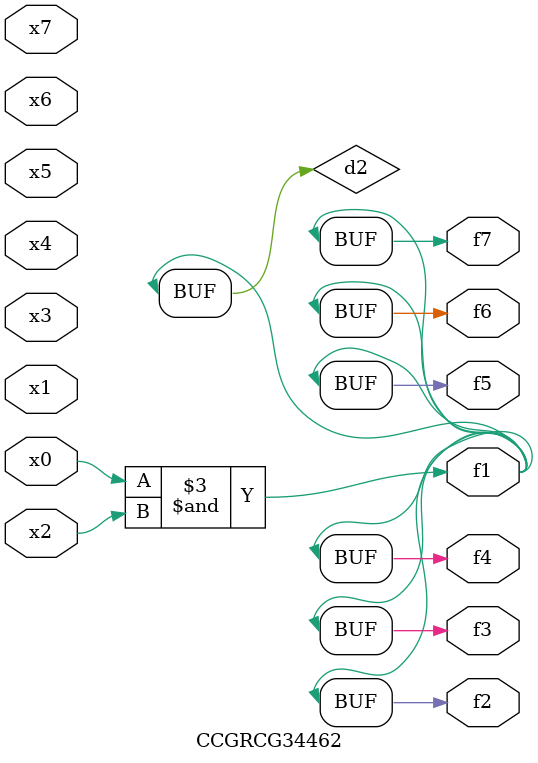
<source format=v>
module CCGRCG34462(
	input x0, x1, x2, x3, x4, x5, x6, x7,
	output f1, f2, f3, f4, f5, f6, f7
);

	wire d1, d2;

	nor (d1, x3, x6);
	and (d2, x0, x2);
	assign f1 = d2;
	assign f2 = d2;
	assign f3 = d2;
	assign f4 = d2;
	assign f5 = d2;
	assign f6 = d2;
	assign f7 = d2;
endmodule

</source>
